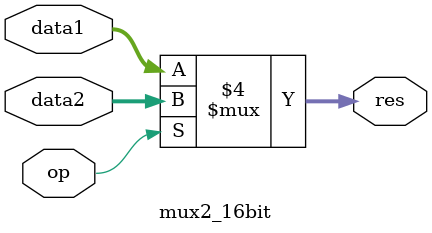
<source format=v>
module mux2_16bit(
  input [15:0] data1,
  input [15:0] data2,
  input op,
  output reg [15:0] res);

  always @* begin
    if(op == 1'b0) begin
      res <= data1;
    end 
    else begin
      res <= data2;
    end
  end
endmodule
</source>
